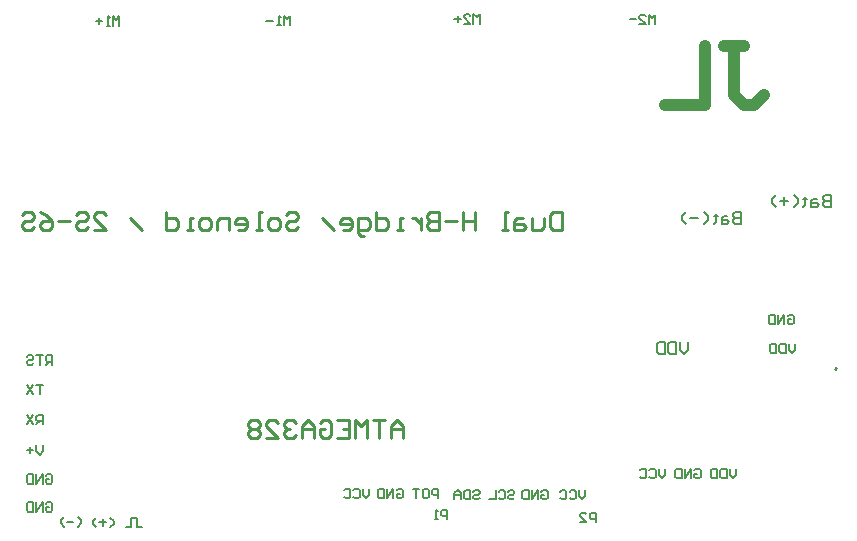
<source format=gbo>
%FSLAX24Y24*%
%MOIN*%
%SFA1B1*%

%IPPOS*%
%ADD10C,0.039400*%
%ADD36C,0.010000*%
%ADD37C,0.007900*%
%ADD41C,0.005900*%
%LN2x-h-bridge-1*%
%LPD*%
G54D10*
X30657Y20098D02*
X31313D01*
X30985*
Y18458*
X31313Y18130*
X31641*
X31969Y18458*
X30001Y20098D02*
Y18130D01*
X28689*
G54D36*
X34350Y9331D02*
X34370Y9350D01*
X25236Y14576D02*
Y13976D01*
X24936*
X24836Y14076*
Y14476*
X24936Y14576*
X25236*
X24636Y14376D02*
Y14076D01*
X24536Y13976*
X24237*
Y14376*
X23937D02*
X23737D01*
X23637Y14276*
Y13976*
X23937*
X24037Y14076*
X23937Y14176*
X23637*
X23437Y13976D02*
X23237D01*
X23337*
Y14576*
X23437*
X22337D02*
Y13976D01*
Y14276*
X21937*
Y14576*
Y13976*
X21737Y14276D02*
X21337D01*
X21138Y14576D02*
Y13976D01*
X20838*
X20738Y14076*
Y14176*
X20838Y14276*
X21138*
X20838*
X20738Y14376*
Y14476*
X20838Y14576*
X21138*
X20538Y14376D02*
Y13976D01*
Y14176*
X20438Y14276*
X20338Y14376*
X20238*
X19938Y13976D02*
X19738D01*
X19838*
Y14376*
X19938*
X19038Y14576D02*
Y13976D01*
X19338*
X19438Y14076*
Y14276*
X19338Y14376*
X19038*
X18638Y13776D02*
X18538D01*
X18438Y13876*
Y14376*
X18738*
X18838Y14276*
Y14076*
X18738Y13976*
X18438*
X17939D02*
X18139D01*
X18238Y14076*
Y14276*
X18139Y14376*
X17939*
X17839Y14276*
Y14176*
X18238*
X17639Y13976D02*
X17239Y14376D01*
X16039Y14476D02*
X16139Y14576D01*
X16339*
X16439Y14476*
Y14376*
X16339Y14276*
X16139*
X16039Y14176*
Y14076*
X16139Y13976*
X16339*
X16439Y14076*
X15739Y13976D02*
X15539D01*
X15439Y14076*
Y14276*
X15539Y14376*
X15739*
X15839Y14276*
Y14076*
X15739Y13976*
X15239D02*
X15040D01*
X15139*
Y14576*
X15239*
X14440Y13976D02*
X14640D01*
X14740Y14076*
Y14276*
X14640Y14376*
X14440*
X14340Y14276*
Y14176*
X14740*
X14140Y13976D02*
Y14376D01*
X13840*
X13740Y14276*
Y13976*
X13440D02*
X13240D01*
X13140Y14076*
Y14276*
X13240Y14376*
X13440*
X13540Y14276*
Y14076*
X13440Y13976*
X12940D02*
X12740D01*
X12840*
Y14376*
X12940*
X12040Y14576D02*
Y13976D01*
X12340*
X12440Y14076*
Y14276*
X12340Y14376*
X12040*
X11241Y13976D02*
X10841Y14376D01*
X9641Y13976D02*
X10041D01*
X9641Y14376*
Y14476*
X9741Y14576*
X9941*
X10041Y14476*
X9041D02*
X9141Y14576D01*
X9341*
X9441Y14476*
Y14376*
X9341Y14276*
X9141*
X9041Y14176*
Y14076*
X9141Y13976*
X9341*
X9441Y14076*
X8842Y14276D02*
X8442D01*
X7842Y14576D02*
X8042Y14476D01*
X8242Y14276*
Y14076*
X8142Y13976*
X7942*
X7842Y14076*
Y14176*
X7942Y14276*
X8242*
X7242Y14476D02*
X7342Y14576D01*
X7542*
X7642Y14476*
Y14376*
X7542Y14276*
X7342*
X7242Y14176*
Y14076*
X7342Y13976*
X7542*
X7642Y14076*
X19961Y7028D02*
Y7427D01*
X19761Y7627*
X19561Y7427*
Y7028*
Y7327*
X19961*
X19361Y7627D02*
X18961D01*
X19161*
Y7028*
X18761D02*
Y7627D01*
X18561Y7427*
X18361Y7627*
Y7028*
X17761Y7627D02*
X18161D01*
Y7028*
X17761*
X18161Y7327D02*
X17961D01*
X17162Y7527D02*
X17262Y7627D01*
X17461*
X17561Y7527*
Y7128*
X17461Y7028*
X17262*
X17162Y7128*
Y7327*
X17361*
X16962Y7028D02*
Y7427D01*
X16762Y7627*
X16562Y7427*
Y7028*
Y7327*
X16962*
X16362Y7527D02*
X16262Y7627D01*
X16062*
X15962Y7527*
Y7427*
X16062Y7327*
X16162*
X16062*
X15962Y7227*
Y7128*
X16062Y7028*
X16262*
X16362Y7128*
X15362Y7028D02*
X15762D01*
X15362Y7427*
Y7527*
X15462Y7627*
X15662*
X15762Y7527*
X15162D02*
X15062Y7627D01*
X14862*
X14762Y7527*
Y7427*
X14862Y7327*
X14762Y7227*
Y7128*
X14862Y7028*
X15062*
X15162Y7128*
Y7227*
X15062Y7327*
X15162Y7427*
Y7527*
X15062Y7327D02*
X14862D01*
G54D37*
X29449Y10216D02*
Y9954D01*
X29318Y9823*
X29186Y9954*
Y10216*
X29055D02*
Y9823D01*
X28858*
X28793Y9888*
Y10151*
X28858Y10216*
X29055*
X28662D02*
Y9823D01*
X28465*
X28399Y9888*
Y10151*
X28465Y10216*
X28662*
X31220Y14547D02*
Y14154D01*
X31024*
X30958Y14219*
Y14285*
X31024Y14350*
X31220*
X31024*
X30958Y14416*
Y14482*
X31024Y14547*
X31220*
X30761Y14416D02*
X30630D01*
X30565Y14350*
Y14154*
X30761*
X30827Y14219*
X30761Y14285*
X30565*
X30368Y14482D02*
Y14416D01*
X30433*
X30302*
X30368*
Y14219*
X30302Y14154*
X29974D02*
X30105Y14285D01*
Y14416*
X29974Y14547*
X29777Y14350D02*
X29515D01*
X29384Y14154D02*
X29253Y14285D01*
Y14416*
X29384Y14547*
X34213Y15118D02*
Y14724D01*
X34016*
X33950Y14790*
Y14856*
X34016Y14921*
X34213*
X34016*
X33950Y14987*
Y15052*
X34016Y15118*
X34213*
X33753Y14987D02*
X33622D01*
X33557Y14921*
Y14724*
X33753*
X33819Y14790*
X33753Y14856*
X33557*
X33360Y15052D02*
Y14987D01*
X33425*
X33294*
X33360*
Y14790*
X33294Y14724*
X32966D02*
X33097Y14856D01*
Y14987*
X32966Y15118*
X32769Y14921D02*
X32507D01*
X32638Y15052D02*
Y14790D01*
X32376Y14724D02*
X32245Y14856D01*
Y14987*
X32376Y15118*
G54D41*
X10709Y4075D02*
X10866D01*
Y4370*
X11063*
Y4075D02*
Y4370D01*
Y4075D02*
X11240D01*
X32763Y11089D02*
X32815Y11142D01*
X32920*
X32972Y11089*
Y10879*
X32920Y10827*
X32815*
X32763Y10879*
Y10984*
X32867*
X32658Y10827D02*
Y11142D01*
X32448Y10827*
Y11142*
X32343D02*
Y10827D01*
X32185*
X32133Y10879*
Y11089*
X32185Y11142*
X32343*
X33012Y10177D02*
Y9967D01*
X32907Y9862*
X32802Y9967*
Y10177*
X32697D02*
Y9862D01*
X32540*
X32487Y9915*
Y10125*
X32540Y10177*
X32697*
X32382D02*
Y9862D01*
X32225*
X32172Y9915*
Y10125*
X32225Y10177*
X32382*
X31043Y6004D02*
Y5794D01*
X30938Y5689*
X30833Y5794*
Y6004*
X30728D02*
Y5689D01*
X30571*
X30519Y5741*
Y5951*
X30571Y6004*
X30728*
X30414D02*
Y5689D01*
X30256*
X30204Y5741*
Y5951*
X30256Y6004*
X30414*
X29652Y5951D02*
X29705Y6004D01*
X29810*
X29862Y5951*
Y5741*
X29810Y5689*
X29705*
X29652Y5741*
Y5846*
X29757*
X29547Y5689D02*
Y6004D01*
X29337Y5689*
Y6004*
X29232D02*
Y5689D01*
X29075*
X29023Y5741*
Y5951*
X29075Y6004*
X29232*
X28681D02*
Y5794D01*
X28576Y5689*
X28471Y5794*
Y6004*
X28156Y5951D02*
X28209Y6004D01*
X28314*
X28366Y5951*
Y5741*
X28314Y5689*
X28209*
X28156Y5741*
X27841Y5951D02*
X27894Y6004D01*
X27999*
X28051Y5951*
Y5741*
X27999Y5689*
X27894*
X27841Y5741*
X9108Y4075D02*
X9213Y4180D01*
Y4285*
X9108Y4390*
X8950Y4232D02*
X8740D01*
X8635Y4075D02*
X8530Y4180D01*
Y4285*
X8635Y4390*
X10190Y4055D02*
X10295Y4160D01*
Y4265*
X10190Y4370*
X10033Y4213D02*
X9823D01*
X9928Y4317D02*
Y4108D01*
X9718Y4055D02*
X9613Y4160D01*
Y4265*
X9718Y4370*
X18819Y5335D02*
Y5125D01*
X18714Y5020*
X18609Y5125*
Y5335*
X18294Y5282D02*
X18347Y5335D01*
X18452*
X18504Y5282*
Y5072*
X18452Y5020*
X18347*
X18294Y5072*
X17979Y5282D02*
X18032Y5335D01*
X18137*
X18189Y5282*
Y5072*
X18137Y5020*
X18032*
X17979Y5072*
X19731Y5282D02*
X19784Y5335D01*
X19888*
X19941Y5282*
Y5072*
X19888Y5020*
X19784*
X19731Y5072*
Y5177*
X19836*
X19626Y5020D02*
Y5335D01*
X19416Y5020*
Y5335*
X19311D02*
Y5020D01*
X19154*
X19101Y5072*
Y5282*
X19154Y5335*
X19311*
X21122Y5020D02*
Y5335D01*
X20965*
X20912Y5282*
Y5177*
X20965Y5125*
X21122*
X20650Y5335D02*
X20755D01*
X20807Y5282*
Y5072*
X20755Y5020*
X20650*
X20597Y5072*
Y5282*
X20650Y5335*
X20492D02*
X20282D01*
X20387*
Y5020*
X22290Y5243D02*
X22343Y5295D01*
X22448*
X22500Y5243*
Y5190*
X22448Y5138*
X22343*
X22290Y5085*
Y5033*
X22343Y4980*
X22448*
X22500Y5033*
X22185Y5295D02*
Y4980D01*
X22028*
X21975Y5033*
Y5243*
X22028Y5295*
X22185*
X21870Y4980D02*
Y5190D01*
X21765Y5295*
X21660Y5190*
Y4980*
Y5138*
X21870*
X23452Y5243D02*
X23504Y5295D01*
X23609*
X23661Y5243*
Y5190*
X23609Y5138*
X23504*
X23452Y5085*
Y5033*
X23504Y4980*
X23609*
X23661Y5033*
X23137Y5243D02*
X23189Y5295D01*
X23294*
X23347Y5243*
Y5033*
X23294Y4980*
X23189*
X23137Y5033*
X23032Y5295D02*
Y4980D01*
X22822*
X26024Y5295D02*
Y5085D01*
X25919Y4980*
X25814Y5085*
Y5295*
X25499Y5243D02*
X25551Y5295D01*
X25656*
X25709Y5243*
Y5033*
X25656Y4980*
X25551*
X25499Y5033*
X25184Y5243D02*
X25236Y5295D01*
X25341*
X25394Y5243*
Y5033*
X25341Y4980*
X25236*
X25184Y5033*
X24554Y5243D02*
X24606Y5295D01*
X24711*
X24764Y5243*
Y5033*
X24711Y4980*
X24606*
X24554Y5033*
Y5138*
X24659*
X24449Y4980D02*
Y5295D01*
X24239Y4980*
Y5295*
X24134D02*
Y4980D01*
X23977*
X23924Y5033*
Y5243*
X23977Y5295*
X24134*
X26374Y4217D02*
Y4532D01*
X26217*
X26165Y4480*
Y4375*
X26217Y4322*
X26374*
X25850Y4217D02*
X26060D01*
X25850Y4427*
Y4480*
X25902Y4532*
X26007*
X26060Y4480*
X21424Y4318D02*
Y4633D01*
X21266*
X21214Y4581*
Y4476*
X21266Y4423*
X21424*
X21109Y4318D02*
X21004D01*
X21056*
Y4633*
X21109Y4581*
X10492Y20768D02*
Y21083D01*
X10387Y20978*
X10282Y21083*
Y20768*
X10177D02*
X10072D01*
X10125*
Y21083*
X10177Y21030*
X9915Y20925D02*
X9705D01*
X9810Y21030D02*
Y20820D01*
X16181Y20787D02*
Y21102D01*
X16076Y20997*
X15971Y21102*
Y20787*
X15866D02*
X15761D01*
X15814*
Y21102*
X15866Y21050*
X15604Y20945D02*
X15394D01*
X22500Y20846D02*
Y21161D01*
X22395Y21056*
X22290Y21161*
Y20846*
X21975D02*
X22185D01*
X21975Y21056*
Y21109*
X22028Y21161*
X22133*
X22185Y21109*
X21870Y21004D02*
X21660D01*
X21765Y21109D02*
Y20899D01*
X28346Y20827D02*
Y21142D01*
X28242Y21037*
X28137Y21142*
Y20827*
X27822D02*
X28032D01*
X27822Y21037*
Y21089*
X27874Y21142*
X27979*
X28032Y21089*
X27717Y20984D02*
X27507D01*
X8038Y4829D02*
X8091Y4882D01*
X8196*
X8248Y4829*
Y4619*
X8196Y4567*
X8091*
X8038Y4619*
Y4724*
X8143*
X7933Y4567D02*
Y4882D01*
X7723Y4567*
Y4882*
X7618D02*
Y4567D01*
X7461*
X7408Y4619*
Y4829*
X7461Y4882*
X7618*
X8038Y5774D02*
X8091Y5827D01*
X8196*
X8248Y5774*
Y5564*
X8196Y5512*
X8091*
X8038Y5564*
Y5669*
X8143*
X7933Y5512D02*
Y5827D01*
X7723Y5512*
Y5827*
X7618D02*
Y5512D01*
X7461*
X7408Y5564*
Y5774*
X7461Y5827*
X7618*
X7933Y6791D02*
Y6581D01*
X7828Y6476*
X7723Y6581*
Y6791*
X7618Y6634D02*
X7408D01*
X7513Y6739D02*
Y6529D01*
X7933Y7480D02*
Y7795D01*
X7776*
X7723Y7743*
Y7638*
X7776Y7585*
X7933*
X7828D02*
X7723Y7480D01*
X7618Y7795D02*
X7408Y7480D01*
Y7795D02*
X7618Y7480D01*
X7933Y8799D02*
X7723D01*
X7828*
Y8484*
X7618Y8799D02*
X7408Y8484D01*
Y8799D02*
X7618Y8484D01*
X8248Y9469D02*
Y9783D01*
X8091*
X8038Y9731*
Y9626*
X8091Y9573*
X8248*
X8143D02*
X8038Y9469D01*
X7933Y9783D02*
X7723D01*
X7828*
Y9469*
X7408Y9731D02*
X7461Y9783D01*
X7566*
X7618Y9731*
Y9678*
X7566Y9626*
X7461*
X7408Y9573*
Y9521*
X7461Y9469*
X7566*
X7618Y9521*
M02*
</source>
